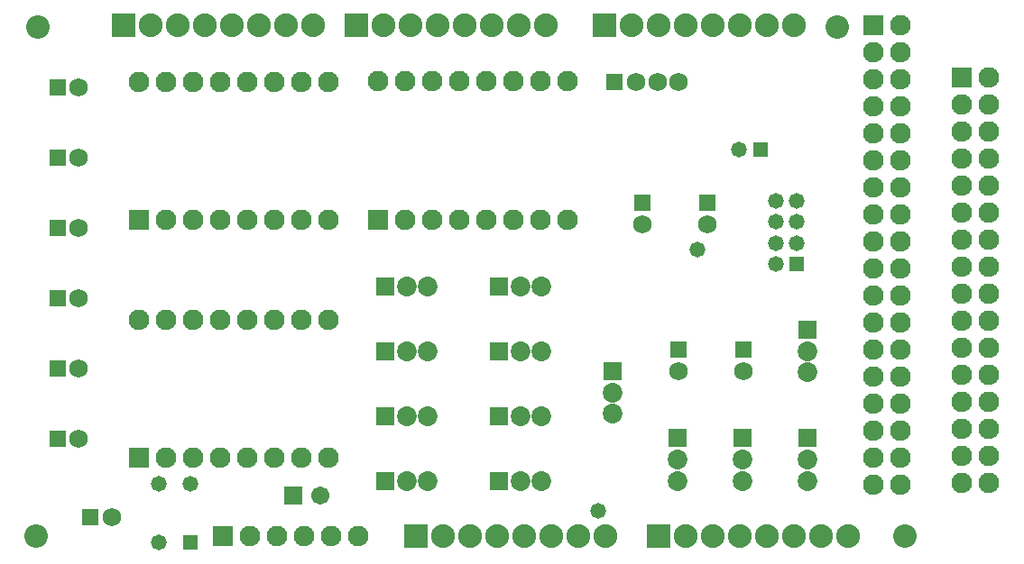
<source format=gbs>
%FSLAX24Y24*%
%MOIN*%
G70*
G01*
G75*
G04 Layer_Color=16711935*
%ADD10R,0.0550X0.0520*%
%ADD11C,0.0100*%
%ADD12C,0.0787*%
%ADD13C,0.0680*%
%ADD14R,0.0591X0.0591*%
%ADD15C,0.0591*%
%ADD16C,0.0650*%
%ADD17R,0.0600X0.0600*%
%ADD18C,0.0600*%
%ADD19R,0.0550X0.0550*%
%ADD20C,0.0800*%
%ADD21R,0.0800X0.0800*%
%ADD22R,0.0600X0.0600*%
%ADD23R,0.0650X0.0650*%
%ADD24R,0.0550X0.0550*%
%ADD25R,0.0650X0.0650*%
%ADD26C,0.0500*%
%ADD27R,0.0500X0.0500*%
%ADD28R,0.0450X0.0450*%
%ADD29R,0.0500X0.0500*%
%ADD30C,0.0080*%
%ADD31C,0.0079*%
%ADD32C,0.0060*%
%ADD33R,0.0630X0.0600*%
%ADD34C,0.0867*%
%ADD35C,0.0760*%
%ADD36R,0.0671X0.0671*%
%ADD37C,0.0671*%
%ADD38C,0.0730*%
%ADD39R,0.0680X0.0680*%
%ADD40R,0.0630X0.0630*%
%ADD41C,0.0880*%
%ADD42R,0.0880X0.0880*%
%ADD43R,0.0680X0.0680*%
%ADD44R,0.0730X0.0730*%
%ADD45R,0.0630X0.0630*%
%ADD46R,0.0730X0.0730*%
%ADD47C,0.0580*%
%ADD48R,0.0580X0.0580*%
%ADD49R,0.0530X0.0530*%
%ADD50R,0.0580X0.0580*%
D13*
X18637Y23100D02*
D03*
X17418Y36390D02*
D03*
Y33790D02*
D03*
Y31190D02*
D03*
Y28590D02*
D03*
Y25990D02*
D03*
X41980Y28493D02*
D03*
X39580D02*
D03*
X40640Y33933D02*
D03*
X38240D02*
D03*
X39582Y39200D02*
D03*
X38007D02*
D03*
X38795D02*
D03*
X17418Y38990D02*
D03*
D34*
X47928Y22392D02*
D03*
X15841D02*
D03*
X15911Y41240D02*
D03*
X45438D02*
D03*
D35*
X26630Y30408D02*
D03*
Y25290D02*
D03*
X35470Y39218D02*
D03*
Y34100D02*
D03*
X26630Y39208D02*
D03*
Y34090D02*
D03*
X25630Y30408D02*
D03*
X28470Y39218D02*
D03*
X34470D02*
D03*
X19630Y30408D02*
D03*
X31470Y39218D02*
D03*
X34470Y34100D02*
D03*
X33470D02*
D03*
X32470D02*
D03*
X31470D02*
D03*
X30470D02*
D03*
X29470D02*
D03*
X20630Y34090D02*
D03*
X21630D02*
D03*
X22630D02*
D03*
X23630D02*
D03*
X24630D02*
D03*
X25630D02*
D03*
X22630Y39208D02*
D03*
X21630D02*
D03*
X20630D02*
D03*
Y25290D02*
D03*
X21630D02*
D03*
X22630D02*
D03*
X23630D02*
D03*
X24630D02*
D03*
X25630D02*
D03*
X22630Y30408D02*
D03*
X19630Y39208D02*
D03*
X25630D02*
D03*
X24630D02*
D03*
X23630D02*
D03*
X33470Y39218D02*
D03*
X32470D02*
D03*
X30470D02*
D03*
X29470D02*
D03*
X24630Y30408D02*
D03*
X23630D02*
D03*
X21630D02*
D03*
X20630D02*
D03*
X51050Y37350D02*
D03*
Y39350D02*
D03*
X50050Y37350D02*
D03*
Y38350D02*
D03*
X51050D02*
D03*
X50050Y35350D02*
D03*
X51050D02*
D03*
X50050Y28350D02*
D03*
X51050D02*
D03*
Y29350D02*
D03*
X50050D02*
D03*
Y30350D02*
D03*
X51050D02*
D03*
Y32350D02*
D03*
X50050D02*
D03*
Y31350D02*
D03*
X51050D02*
D03*
Y27350D02*
D03*
X50050D02*
D03*
Y26350D02*
D03*
X51050D02*
D03*
Y25350D02*
D03*
X50050D02*
D03*
Y24350D02*
D03*
X51050D02*
D03*
X50050Y36350D02*
D03*
X51050D02*
D03*
Y34350D02*
D03*
X50050Y33350D02*
D03*
X51050D02*
D03*
X50050Y34350D02*
D03*
X47780Y35290D02*
D03*
X46780D02*
D03*
X47780Y36290D02*
D03*
X46780D02*
D03*
X47780Y37290D02*
D03*
X46780D02*
D03*
X47780Y38290D02*
D03*
X46780D02*
D03*
X47780Y39290D02*
D03*
X46780D02*
D03*
X47780Y40290D02*
D03*
X46780D02*
D03*
X47780Y41290D02*
D03*
Y24290D02*
D03*
X46780D02*
D03*
Y25290D02*
D03*
X47780D02*
D03*
X46780Y26290D02*
D03*
X47780D02*
D03*
X46780Y30290D02*
D03*
X47780D02*
D03*
X46780Y29290D02*
D03*
X47780D02*
D03*
Y32290D02*
D03*
X46780Y31290D02*
D03*
X47780D02*
D03*
X46780Y28290D02*
D03*
X47780D02*
D03*
X46780Y27290D02*
D03*
X47780D02*
D03*
Y34290D02*
D03*
X46780Y33290D02*
D03*
X47780D02*
D03*
X46780Y34290D02*
D03*
Y32290D02*
D03*
X27731Y22392D02*
D03*
X26731D02*
D03*
X25731D02*
D03*
X24731D02*
D03*
X23731D02*
D03*
D36*
X25350Y23900D02*
D03*
D37*
X26350D02*
D03*
D38*
X37150Y26925D02*
D03*
Y27713D02*
D03*
X33728Y24440D02*
D03*
X34515D02*
D03*
X33728Y29240D02*
D03*
X34515D02*
D03*
X33728Y31640D02*
D03*
X34515D02*
D03*
X29528Y24440D02*
D03*
X30315D02*
D03*
X29528Y26840D02*
D03*
X30315D02*
D03*
X29528Y29240D02*
D03*
X30315D02*
D03*
X29528Y31640D02*
D03*
X30315D02*
D03*
X41950Y25232D02*
D03*
Y24445D02*
D03*
X44350Y25232D02*
D03*
Y24445D02*
D03*
X44340Y29243D02*
D03*
Y28455D02*
D03*
X33728Y26840D02*
D03*
X34515D02*
D03*
X39550Y24445D02*
D03*
Y25232D02*
D03*
D39*
X37150Y28500D02*
D03*
X44340Y30030D02*
D03*
X41950Y26020D02*
D03*
X44350D02*
D03*
X39550D02*
D03*
D40*
X17850Y23100D02*
D03*
X16630Y36390D02*
D03*
Y33790D02*
D03*
Y31190D02*
D03*
Y28590D02*
D03*
Y25990D02*
D03*
X37220Y39200D02*
D03*
X16630Y38990D02*
D03*
D41*
X32660Y41290D02*
D03*
X31660D02*
D03*
X29660D02*
D03*
X30660D02*
D03*
X28660D02*
D03*
X37826D02*
D03*
X34660D02*
D03*
X33660D02*
D03*
X38826D02*
D03*
X39826D02*
D03*
X40826D02*
D03*
X41826D02*
D03*
X42826D02*
D03*
X43826D02*
D03*
X30865Y22392D02*
D03*
X31865D02*
D03*
X32865D02*
D03*
X33865D02*
D03*
X34865D02*
D03*
X35865D02*
D03*
X36865D02*
D03*
X39833D02*
D03*
X40833D02*
D03*
X41833D02*
D03*
X42833D02*
D03*
X43833D02*
D03*
X44833D02*
D03*
X45833D02*
D03*
X26060Y41290D02*
D03*
X25060D02*
D03*
X24060D02*
D03*
X23060D02*
D03*
X22060D02*
D03*
X21060D02*
D03*
X20060D02*
D03*
D42*
X27660D02*
D03*
X36826D02*
D03*
X29865Y22392D02*
D03*
X38833D02*
D03*
X19060Y41290D02*
D03*
D43*
X32940Y24440D02*
D03*
Y29240D02*
D03*
Y31640D02*
D03*
X28740Y24440D02*
D03*
Y26840D02*
D03*
Y29240D02*
D03*
Y31640D02*
D03*
X32940Y26840D02*
D03*
D44*
X28470Y34100D02*
D03*
X19630Y34090D02*
D03*
Y25290D02*
D03*
X22731Y22392D02*
D03*
D45*
X41980Y29280D02*
D03*
X39580D02*
D03*
X40640Y34720D02*
D03*
X38240D02*
D03*
D46*
X50050Y39350D02*
D03*
X46780Y41290D02*
D03*
D47*
X43163Y32450D02*
D03*
Y33237D02*
D03*
Y34025D02*
D03*
Y34812D02*
D03*
X43950D02*
D03*
Y34025D02*
D03*
Y33237D02*
D03*
X20369Y22150D02*
D03*
X21550Y24315D02*
D03*
X20369D02*
D03*
X41813Y36700D02*
D03*
X36620Y23320D02*
D03*
X40270Y32980D02*
D03*
D48*
X43950Y32450D02*
D03*
D49*
X21550Y22150D02*
D03*
D50*
X42600Y36700D02*
D03*
M02*

</source>
